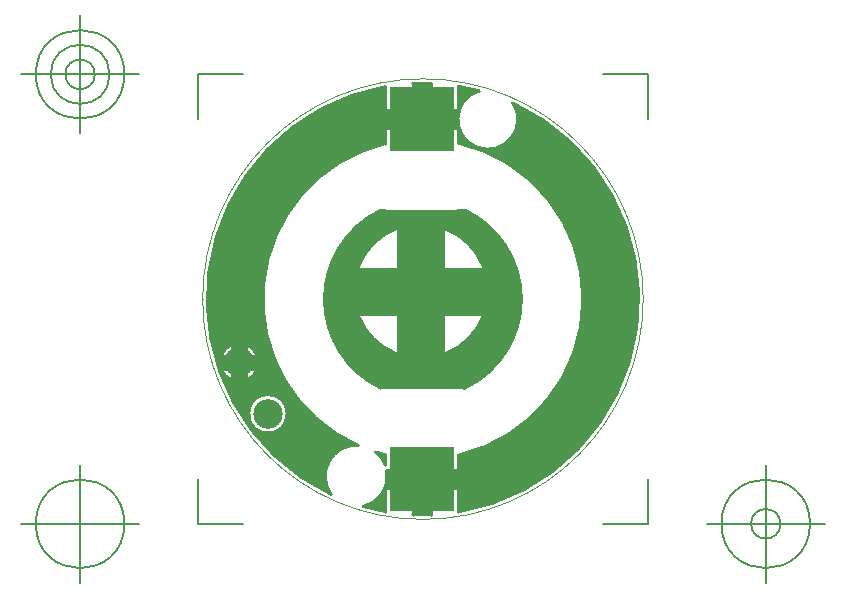
<source format=gbr>
G04 Generated by Ultiboard 13.0 *
%FSLAX34Y34*%
%MOMM*%

%ADD10C,0.0001*%
%ADD11C,0.0010*%
%ADD12C,0.2540*%
%ADD13C,0.1500*%
%ADD14R,5.4000X5.4000*%
%ADD15C,1.2000*%
%ADD16C,2.5000*%


G04 ColorRGB 00FF00 for the following layer *
%LNCopper Top*%
%LPD*%
G54D10*
G36*
X458337Y768674D02*
G75*
D01*
G03X486807Y758395I7363J-24174*
G01*
G75*
D01*
G02X440534Y412064I-76055J-166095*
G01*
G75*
D01*
G03X440588Y412700I-3733J637*
G01*
X440588Y412700D01*
X440588Y432160D01*
X420390Y432160D01*
G75*
D01*
G03X420390Y447240I-10589J7540*
G01*
X420390Y447240D01*
X440588Y447240D01*
X440588Y460150D01*
G75*
D01*
G03X440588Y724450I-29835J132150*
G01*
X440588Y724450D01*
X440588Y737160D01*
X420390Y737160D01*
G75*
D01*
G03X420390Y752240I-10589J7540*
G01*
X420390Y752240D01*
X440588Y752240D01*
X440588Y771700D01*
G74*
D01*
G03X440493Y772543I3788J0*
G01*
G74*
D01*
G02X458337Y768674I29739J180243*
G01*
D02*
G37*
G36*
X379012Y724007D02*
X379012Y724007D01*
X379012Y737160D01*
X399210Y737160D01*
G75*
D01*
G02X399210Y752240I10589J7540*
G01*
X399210Y752240D01*
X379012Y752240D01*
X379012Y771700D01*
G74*
D01*
G02X379046Y772208I3788J2*
G01*
G75*
D01*
G03X333078Y426954I31703J-179908*
G01*
G75*
D01*
G02X355635Y468541I21322J15346*
G01*
G75*
D01*
G02X379012Y724007I55112J123759*
G01*
D02*
G37*
%LPC*%
G36*
X263230Y495200D02*
G75*
D01*
G02X263230Y495200I16270J0*
G01*
D02*
G37*
G36*
X239987Y544470D02*
G74*
D01*
G02X249431Y553913I15212J5770*
G01*
X249431Y553913D01*
X249431Y544470D01*
X239987Y544470D01*
D02*
G37*
G36*
X260970Y553913D02*
G74*
D01*
G02X270413Y544470I5770J15213*
G01*
X270413Y544470D01*
X260970Y544470D01*
X260970Y553913D01*
D02*
G37*
G36*
X270413Y532931D02*
G74*
D01*
G02X260970Y523487I15213J5768*
G01*
X260970Y523487D01*
X260970Y532931D01*
X270413Y532931D01*
D02*
G37*
G36*
X249431Y523487D02*
G74*
D01*
G02X239987Y532931I5769J15213*
G01*
X239987Y532931D01*
X249431Y532931D01*
X249431Y523487D01*
D02*
G37*
G36*
X250700Y538700D02*
G75*
D01*
G02X250700Y538700I4500J0*
G01*
D02*
G37*
%LPD*%
G36*
X374260Y668184D02*
G75*
D01*
G03X382800Y667453I8540J49516*
G01*
X382800Y667453D01*
X436800Y667453D01*
G74*
D01*
G03X446705Y668439I0J50247*
G01*
G75*
D01*
G02X446406Y516020I-35953J-76139*
G01*
G74*
D01*
G03X436800Y516947I9607J49319*
G01*
X436800Y516947D01*
X382800Y516947D01*
G75*
D01*
G03X374569Y516268I2J-50247*
G01*
G75*
D01*
G02X374260Y668184I36180J76032*
G01*
D02*
G37*
%LPC*%
G36*
X356635Y618860D02*
X356635Y618860D01*
X389140Y618860D01*
X389140Y651365D01*
G74*
D01*
G03X356635Y618860I19860J52365*
G01*
D02*
G37*
G36*
X428860Y651365D02*
X428860Y651365D01*
X428860Y618860D01*
X461365Y618860D01*
G74*
D01*
G03X428860Y651365I52365J19860*
G01*
D02*
G37*
G36*
X461365Y579140D02*
X461365Y579140D01*
X428860Y579140D01*
X428860Y546635D01*
G74*
D01*
G03X461365Y579140I19860J52365*
G01*
D02*
G37*
G36*
X389140Y546635D02*
X389140Y546635D01*
X389140Y579140D01*
X356635Y579140D01*
G74*
D01*
G03X389140Y546635I52365J19860*
G01*
D02*
G37*
G36*
X407500Y599000D02*
G75*
D01*
G03X407500Y599000I1500J0*
G01*
D02*
G37*
%LPD*%
G36*
X380201Y447240D02*
X380201Y447240D01*
X399210Y447240D01*
G75*
D01*
G03X399210Y432160I10589J-7540*
G01*
X399210Y432160D01*
X379012Y432160D01*
X379012Y412700D01*
G75*
D01*
G03X379024Y412395I3788J-4*
G01*
G74*
D01*
G02X360344Y416711I31728J179905*
G01*
G75*
D01*
G03X380201Y447240I-5944J25589*
G01*
D02*
G37*
G36*
X402260Y774783D02*
X402260Y774783D01*
X402260Y755290D01*
G75*
D01*
G02X417340Y755290I7540J-10589*
G01*
X417340Y755290D01*
X417340Y774862D01*
G75*
D01*
G03X402260Y774783I-6584J-182561*
G01*
D02*
G37*
G36*
X417340Y409738D02*
X417340Y409738D01*
X417340Y429110D01*
G75*
D01*
G02X402260Y429110I-7540J10589*
G01*
X402260Y429110D01*
X402260Y409817D01*
G75*
D01*
G03X417340Y409738I8496J182482*
G01*
D02*
G37*
G36*
X402260Y457089D02*
G75*
D01*
G03X417340Y456984I8482J135211*
G01*
X417340Y456984D01*
X417340Y450290D01*
G75*
D01*
G03X402260Y450290I-7540J-10589*
G01*
X402260Y450290D01*
X402260Y457089D01*
D02*
G37*
G36*
X417340Y727616D02*
X417340Y727616D01*
X417340Y734110D01*
G75*
D01*
G02X402260Y734110I-7540J10589*
G01*
X402260Y734110D01*
X402260Y727511D01*
G75*
D01*
G02X417340Y727616I8482J-135211*
G01*
D02*
G37*
G36*
X379012Y460593D02*
G74*
D01*
G02X370748Y462864I31749J131704*
G01*
G74*
D01*
G02X379012Y451486I16348J20564*
G01*
X379012Y451486D01*
X379012Y460593D01*
D02*
G37*
G54D11*
X356635Y618860D02*
X389140Y618860D01*
X389140Y651365D01*
G74*
D01*
G03X356635Y618860I19860J52365*
G01*
X428860Y651365D02*
X428860Y618860D01*
X461365Y618860D01*
G74*
D01*
G03X428860Y651365I52365J19860*
G01*
X461365Y579140D02*
X428860Y579140D01*
X428860Y546635D01*
G74*
D01*
G03X461365Y579140I19860J52365*
G01*
X389140Y546635D02*
X389140Y579140D01*
X356635Y579140D01*
G74*
D01*
G03X389140Y546635I52365J19860*
G01*
X407500Y599000D02*
G75*
D01*
G03X407500Y599000I1500J0*
G01*
X374260Y668184D02*
G75*
D01*
G03X382800Y667453I8540J49516*
G01*
X436800Y667453D01*
G74*
D01*
G03X446705Y668439I0J50247*
G01*
G75*
D01*
G02X446406Y516020I-35953J-76139*
G01*
G74*
D01*
G03X436800Y516947I9607J49319*
G01*
X382800Y516947D01*
G75*
D01*
G03X374569Y516268I2J-50247*
G01*
G75*
D01*
G02X374260Y668184I36180J76032*
G01*
X224255Y592300D02*
G75*
D01*
G02X224255Y592300I186495J0*
G01*
G54D12*
X458337Y768674D02*
G75*
D01*
G03X486807Y758395I7363J-24174*
G01*
G75*
D01*
G02X440534Y412064I-76055J-166095*
G01*
G75*
D01*
G03X440588Y412700I-3733J637*
G01*
X440588Y432160D01*
X420390Y432160D01*
G75*
D01*
G03X420390Y447240I-10589J7540*
G01*
X440588Y447240D01*
X440588Y460150D01*
G75*
D01*
G03X440588Y724450I-29835J132150*
G01*
X440588Y737160D01*
X420390Y737160D01*
G75*
D01*
G03X420390Y752240I-10589J7540*
G01*
X440588Y752240D01*
X440588Y771700D01*
G74*
D01*
G03X440493Y772543I3788J0*
G01*
G74*
D01*
G02X458337Y768674I29739J180243*
G01*
X263230Y495200D02*
G75*
D01*
G02X263230Y495200I16270J0*
G01*
X239987Y544470D02*
G74*
D01*
G02X249431Y553913I15212J5770*
G01*
X249431Y544470D01*
X239987Y544470D01*
X260970Y553913D02*
G74*
D01*
G02X270413Y544470I5770J15213*
G01*
X260970Y544470D01*
X260970Y553913D01*
X270413Y532931D02*
G74*
D01*
G02X260970Y523487I15213J5768*
G01*
X260970Y532931D01*
X270413Y532931D01*
X249431Y523487D02*
G74*
D01*
G02X239987Y532931I5769J15213*
G01*
X249431Y532931D01*
X249431Y523487D01*
X250700Y538700D02*
G75*
D01*
G02X250700Y538700I4500J0*
G01*
X379012Y724007D02*
X379012Y737160D01*
X399210Y737160D01*
G75*
D01*
G02X399210Y752240I10589J7540*
G01*
X379012Y752240D01*
X379012Y771700D01*
G74*
D01*
G02X379046Y772208I3788J2*
G01*
G75*
D01*
G03X333078Y426954I31703J-179908*
G01*
G75*
D01*
G02X355635Y468541I21322J15346*
G01*
G75*
D01*
G02X379012Y724007I55112J123759*
G01*
X402260Y774783D02*
X402260Y755290D01*
G75*
D01*
G02X417340Y755290I7540J-10589*
G01*
X417340Y774862D01*
G75*
D01*
G03X402260Y774783I-6584J-182561*
G01*
X379012Y460593D02*
G74*
D01*
G02X370748Y462864I31749J131704*
G01*
G74*
D01*
G02X379012Y451486I16348J20564*
G01*
X379012Y460593D01*
X417340Y727616D02*
X417340Y734110D01*
G75*
D01*
G02X402260Y734110I-7540J10589*
G01*
X402260Y727511D01*
G75*
D01*
G02X417340Y727616I8482J-135211*
G01*
X402260Y457089D02*
G75*
D01*
G03X417340Y456984I8482J135211*
G01*
X417340Y450290D01*
G75*
D01*
G03X402260Y450290I-7540J-10589*
G01*
X402260Y457089D01*
X380201Y447240D02*
X399210Y447240D01*
G75*
D01*
G03X399210Y432160I10589J-7540*
G01*
X379012Y432160D01*
X379012Y412700D01*
G75*
D01*
G03X379024Y412395I3788J-4*
G01*
G74*
D01*
G02X360344Y416711I31728J179905*
G01*
G75*
D01*
G03X380201Y447240I-5944J25589*
G01*
X417340Y409738D02*
X417340Y429110D01*
G75*
D01*
G02X402260Y429110I-7540J10589*
G01*
X402260Y409817D01*
G75*
D01*
G03X417340Y409738I8496J182482*
G01*
G54D13*
X220485Y402035D02*
X220485Y440088D01*
X220485Y402035D02*
X258538Y402035D01*
X601015Y402035D02*
X562962Y402035D01*
X601015Y402035D02*
X601015Y440088D01*
X601015Y782565D02*
X601015Y744512D01*
X601015Y782565D02*
X562962Y782565D01*
X220485Y782565D02*
X258538Y782565D01*
X220485Y782565D02*
X220485Y744512D01*
X170485Y402035D02*
X70485Y402035D01*
X120485Y352035D02*
X120485Y452035D01*
X82985Y402035D02*
G75*
D01*
G02X82985Y402035I37500J0*
G01*
X651015Y402035D02*
X751015Y402035D01*
X701015Y352035D02*
X701015Y452035D01*
X663515Y402035D02*
G75*
D01*
G02X663515Y402035I37500J0*
G01*
X688515Y402035D02*
G75*
D01*
G02X688515Y402035I12500J0*
G01*
X170485Y782565D02*
X70485Y782565D01*
X120485Y732565D02*
X120485Y832565D01*
X82985Y782565D02*
G75*
D01*
G02X82985Y782565I37500J0*
G01*
X95485Y782565D02*
G75*
D01*
G02X95485Y782565I25000J0*
G01*
X107985Y782565D02*
G75*
D01*
G02X107985Y782565I12500J0*
G01*
X220485Y402035D02*
X220485Y440088D01*
X220485Y402035D02*
X258538Y402035D01*
X601015Y402035D02*
X562962Y402035D01*
X601015Y402035D02*
X601015Y440088D01*
X601015Y782565D02*
X601015Y744512D01*
X601015Y782565D02*
X562962Y782565D01*
X220485Y782565D02*
X258538Y782565D01*
X220485Y782565D02*
X220485Y744512D01*
X170485Y402035D02*
X70485Y402035D01*
X120485Y352035D02*
X120485Y452035D01*
X82985Y402035D02*
G75*
D01*
G02X82985Y402035I37500J0*
G01*
X651015Y402035D02*
X751015Y402035D01*
X701015Y352035D02*
X701015Y452035D01*
X663515Y402035D02*
G75*
D01*
G02X663515Y402035I37500J0*
G01*
X688515Y402035D02*
G75*
D01*
G02X688515Y402035I12500J0*
G01*
X170485Y782565D02*
X70485Y782565D01*
X120485Y732565D02*
X120485Y832565D01*
X82985Y782565D02*
G75*
D01*
G02X82985Y782565I37500J0*
G01*
X95485Y782565D02*
G75*
D01*
G02X95485Y782565I25000J0*
G01*
X107985Y782565D02*
G75*
D01*
G02X107985Y782565I12500J0*
G01*
G54D14*
X409800Y744700D03*
X409800Y439700D03*
G54D15*
X409000Y599000D03*
G54D16*
X279500Y495200D03*
X255200Y538700D03*

M02*

</source>
